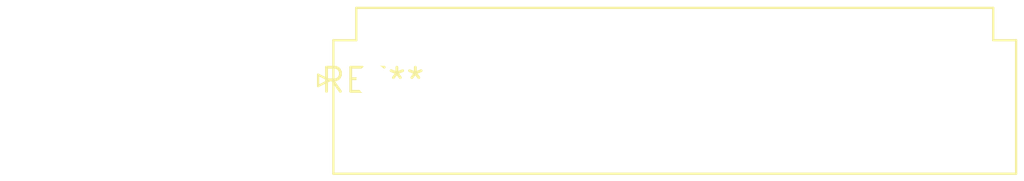
<source format=kicad_pcb>
(kicad_pcb (version 20240108) (generator pcbnew)
  (layers (0 "F.Cu" signal) (31 "B.Cu" signal) (34 "B.Paste" user) (35 "F.Paste" user) (36 "B.SilkS" user "B.Silkscreen") (37 "F.SilkS" user "F.Silkscreen") (38 "B.Mask" user) (39 "F.Mask" user) (44 "Edge.Cuts" user))
  (net 0 "")
  (footprint "JST_VH_B9P-VH_1x09_P3.96mm_Vertical" (layer "F.Cu") (at 0 0)
    (property "Reference" "REF**")
    (property "Value" "JST_VH_B9P-VH_1x09_P3.96mm_Vertical")
    (fp_line (start -2.86 -0.3) (end -2.26 0) (layer "F.SilkS") (stroke (width 0.12)))
    (fp_line (start -2.86 0.3) (end -2.86 -0.3) (layer "F.SilkS") (stroke (width 0.12)))
    (fp_line (start -2.26 0) (end -2.86 0.3) (layer "F.SilkS") (stroke (width 0.12)))
    (fp_line (start -2.06 -2.11) (end -0.86 -2.11) (layer "F.SilkS") (stroke (width 0.12)))
    (fp_line (start -2.06 4.91) (end -2.06 -2.11) (layer "F.SilkS") (stroke (width 0.12)))
    (fp_line (start -0.86 -3.81) (end 32.54 -3.81) (layer "F.SilkS") (stroke (width 0.12)))
    (fp_line (start -0.86 -2.11) (end -0.86 -3.81) (layer "F.SilkS") (stroke (width 0.12)))
    (fp_line (start 32.54 -3.81) (end 32.54 -2.11) (layer "F.SilkS") (stroke (width 0.12)))
    (fp_line (start 32.54 -2.11) (end 33.74 -2.11) (layer "F.SilkS") (stroke (width 0.12)))
    (fp_line (start 33.74 -2.11) (end 33.74 4.91) (layer "F.SilkS") (stroke (width 0.12)))
    (fp_line (start 33.74 4.91) (end -2.06 4.91) (layer "F.SilkS") (stroke (width 0.12)))
    (pad "1" thru_hole roundrect (at 0 0) (size 2.7 2.7) (drill 1.7) (layers *.Cu *.Mask) (remove_unused_layers) (roundrect_rratio 0.092593))
    (pad "2" thru_hole circle (at 3.96 0) (size 2.7 2.7) (drill 1.7) (layers *.Cu *.Mask) (remove_unused_layers))
    (pad "3" thru_hole circle (at 7.92 0) (size 2.7 2.7) (drill 1.7) (layers *.Cu *.Mask) (remove_unused_layers))
    (pad "4" thru_hole circle (at 11.88 0) (size 2.7 2.7) (drill 1.7) (layers *.Cu *.Mask) (remove_unused_layers))
    (pad "5" thru_hole circle (at 15.84 0) (size 2.7 2.7) (drill 1.7) (layers *.Cu *.Mask) (remove_unused_layers))
    (pad "6" thru_hole circle (at 19.8 0) (size 2.7 2.7) (drill 1.7) (layers *.Cu *.Mask) (remove_unused_layers))
    (pad "7" thru_hole circle (at 23.76 0) (size 2.7 2.7) (drill 1.7) (layers *.Cu *.Mask) (remove_unused_layers))
    (pad "8" thru_hole circle (at 27.72 0) (size 2.7 2.7) (drill 1.7) (layers *.Cu *.Mask) (remove_unused_layers))
    (pad "9" thru_hole circle (at 31.68 0) (size 2.7 2.7) (drill 1.7) (layers *.Cu *.Mask) (remove_unused_layers))
  )
)
</source>
